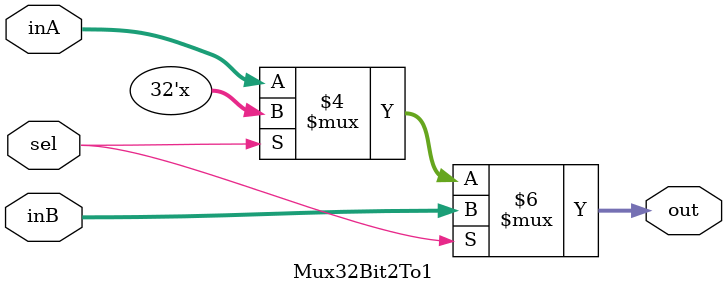
<source format=v>
`timescale 1ns / 1ps


module Mux32Bit2To1(out, inA, inB, sel);

    output reg [31:0] out;
    
    input [31:0] inA;
    input [31:0] inB;
    input sel;

    /* Fill in the implementation here ... */ 
    
    always @(sel)
    begin
        if(sel == 0) begin
            out <= inA;
        end
        if(sel == 1) begin
            out <= inB;
        end
        
     end
endmodule

</source>
